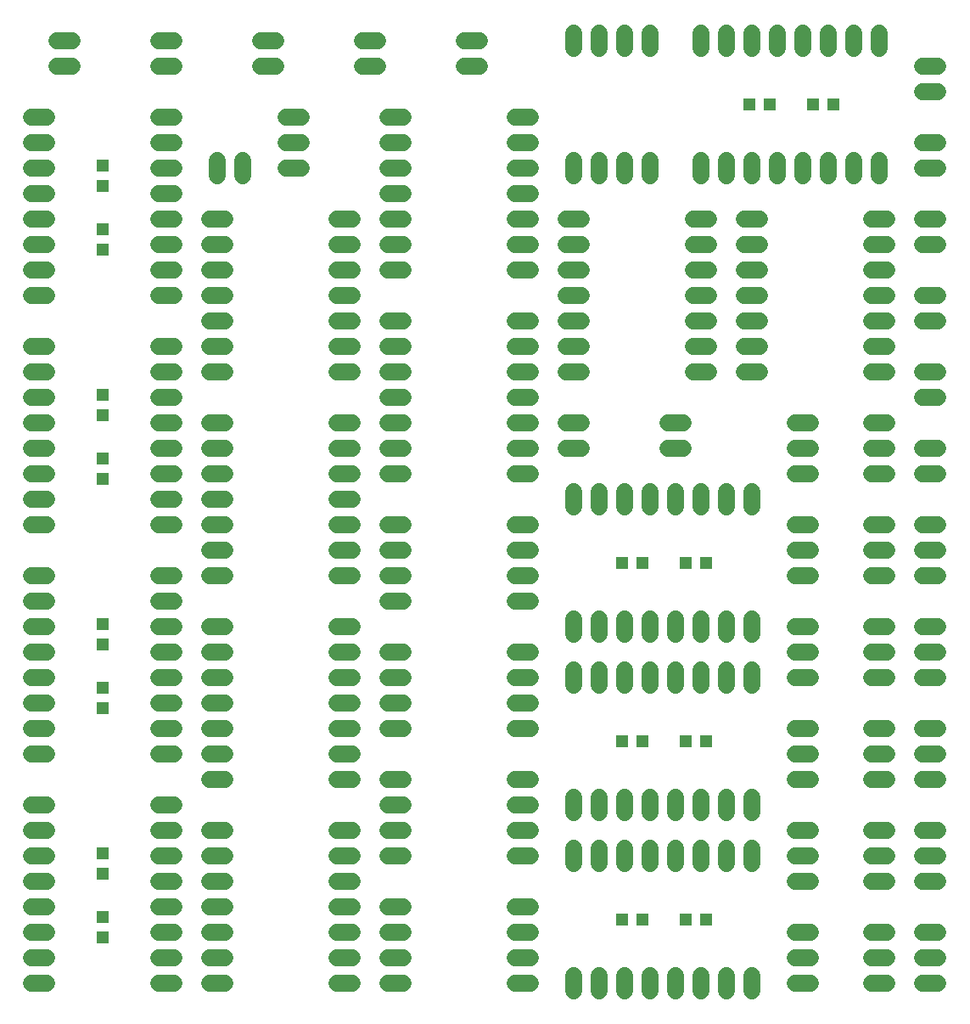
<source format=gbs>
G75*
%MOIN*%
%OFA0B0*%
%FSLAX25Y25*%
%IPPOS*%
%LPD*%
%AMOC8*
5,1,8,0,0,1.08239X$1,22.5*
%
%ADD10C,0.06800*%
%ADD11R,0.04762X0.04762*%
D10*
X0012312Y0012513D02*
X0018312Y0012513D01*
X0018312Y0022513D02*
X0012312Y0022513D01*
X0012312Y0032513D02*
X0018312Y0032513D01*
X0018312Y0042513D02*
X0012312Y0042513D01*
X0012312Y0052513D02*
X0018312Y0052513D01*
X0018312Y0062513D02*
X0012312Y0062513D01*
X0012312Y0072513D02*
X0018312Y0072513D01*
X0018312Y0082513D02*
X0012312Y0082513D01*
X0012312Y0102513D02*
X0018312Y0102513D01*
X0018312Y0112513D02*
X0012312Y0112513D01*
X0012312Y0122513D02*
X0018312Y0122513D01*
X0018312Y0132513D02*
X0012312Y0132513D01*
X0012312Y0142513D02*
X0018312Y0142513D01*
X0018312Y0152513D02*
X0012312Y0152513D01*
X0012312Y0162513D02*
X0018312Y0162513D01*
X0018312Y0172513D02*
X0012312Y0172513D01*
X0012312Y0192513D02*
X0018312Y0192513D01*
X0018312Y0202513D02*
X0012312Y0202513D01*
X0012312Y0212513D02*
X0018312Y0212513D01*
X0018312Y0222513D02*
X0012312Y0222513D01*
X0012312Y0232513D02*
X0018312Y0232513D01*
X0018312Y0242513D02*
X0012312Y0242513D01*
X0012312Y0252513D02*
X0018312Y0252513D01*
X0018312Y0262513D02*
X0012312Y0262513D01*
X0012312Y0282513D02*
X0018312Y0282513D01*
X0018312Y0292513D02*
X0012312Y0292513D01*
X0012312Y0302513D02*
X0018312Y0302513D01*
X0018312Y0312513D02*
X0012312Y0312513D01*
X0012312Y0322513D02*
X0018312Y0322513D01*
X0018312Y0332513D02*
X0012312Y0332513D01*
X0012312Y0342513D02*
X0018312Y0342513D01*
X0018312Y0352513D02*
X0012312Y0352513D01*
X0022312Y0372513D02*
X0028312Y0372513D01*
X0028312Y0382513D02*
X0022312Y0382513D01*
X0062312Y0382513D02*
X0068312Y0382513D01*
X0068312Y0372513D02*
X0062312Y0372513D01*
X0062312Y0352513D02*
X0068312Y0352513D01*
X0068312Y0342513D02*
X0062312Y0342513D01*
X0062312Y0332513D02*
X0068312Y0332513D01*
X0068312Y0322513D02*
X0062312Y0322513D01*
X0062312Y0312513D02*
X0068312Y0312513D01*
X0068312Y0302513D02*
X0062312Y0302513D01*
X0062312Y0292513D02*
X0068312Y0292513D01*
X0068312Y0282513D02*
X0062312Y0282513D01*
X0082312Y0282513D02*
X0088312Y0282513D01*
X0088312Y0292513D02*
X0082312Y0292513D01*
X0082312Y0302513D02*
X0088312Y0302513D01*
X0088312Y0312513D02*
X0082312Y0312513D01*
X0085312Y0329513D02*
X0085312Y0335513D01*
X0095312Y0335513D02*
X0095312Y0329513D01*
X0112312Y0332513D02*
X0118312Y0332513D01*
X0118312Y0342513D02*
X0112312Y0342513D01*
X0112312Y0352513D02*
X0118312Y0352513D01*
X0108312Y0372513D02*
X0102312Y0372513D01*
X0102312Y0382513D02*
X0108312Y0382513D01*
X0142312Y0382513D02*
X0148312Y0382513D01*
X0148312Y0372513D02*
X0142312Y0372513D01*
X0152312Y0352513D02*
X0158312Y0352513D01*
X0158312Y0342513D02*
X0152312Y0342513D01*
X0152312Y0332513D02*
X0158312Y0332513D01*
X0158312Y0322513D02*
X0152312Y0322513D01*
X0152312Y0312513D02*
X0158312Y0312513D01*
X0158312Y0302513D02*
X0152312Y0302513D01*
X0152312Y0292513D02*
X0158312Y0292513D01*
X0138312Y0292513D02*
X0132312Y0292513D01*
X0132312Y0282513D02*
X0138312Y0282513D01*
X0138312Y0272513D02*
X0132312Y0272513D01*
X0132312Y0262513D02*
X0138312Y0262513D01*
X0138312Y0252513D02*
X0132312Y0252513D01*
X0152312Y0252513D02*
X0158312Y0252513D01*
X0158312Y0242513D02*
X0152312Y0242513D01*
X0152312Y0232513D02*
X0158312Y0232513D01*
X0158312Y0222513D02*
X0152312Y0222513D01*
X0152312Y0212513D02*
X0158312Y0212513D01*
X0138312Y0212513D02*
X0132312Y0212513D01*
X0132312Y0222513D02*
X0138312Y0222513D01*
X0138312Y0232513D02*
X0132312Y0232513D01*
X0132312Y0202513D02*
X0138312Y0202513D01*
X0138312Y0192513D02*
X0132312Y0192513D01*
X0132312Y0182513D02*
X0138312Y0182513D01*
X0138312Y0172513D02*
X0132312Y0172513D01*
X0152312Y0172513D02*
X0158312Y0172513D01*
X0158312Y0182513D02*
X0152312Y0182513D01*
X0152312Y0192513D02*
X0158312Y0192513D01*
X0158312Y0162513D02*
X0152312Y0162513D01*
X0138312Y0152513D02*
X0132312Y0152513D01*
X0132312Y0142513D02*
X0138312Y0142513D01*
X0138312Y0132513D02*
X0132312Y0132513D01*
X0132312Y0122513D02*
X0138312Y0122513D01*
X0138312Y0112513D02*
X0132312Y0112513D01*
X0132312Y0102513D02*
X0138312Y0102513D01*
X0138312Y0092513D02*
X0132312Y0092513D01*
X0152312Y0092513D02*
X0158312Y0092513D01*
X0158312Y0082513D02*
X0152312Y0082513D01*
X0152312Y0072513D02*
X0158312Y0072513D01*
X0158312Y0062513D02*
X0152312Y0062513D01*
X0138312Y0062513D02*
X0132312Y0062513D01*
X0132312Y0052513D02*
X0138312Y0052513D01*
X0138312Y0042513D02*
X0132312Y0042513D01*
X0132312Y0032513D02*
X0138312Y0032513D01*
X0138312Y0022513D02*
X0132312Y0022513D01*
X0132312Y0012513D02*
X0138312Y0012513D01*
X0152312Y0012513D02*
X0158312Y0012513D01*
X0158312Y0022513D02*
X0152312Y0022513D01*
X0152312Y0032513D02*
X0158312Y0032513D01*
X0158312Y0042513D02*
X0152312Y0042513D01*
X0138312Y0072513D02*
X0132312Y0072513D01*
X0152312Y0112513D02*
X0158312Y0112513D01*
X0158312Y0122513D02*
X0152312Y0122513D01*
X0152312Y0132513D02*
X0158312Y0132513D01*
X0158312Y0142513D02*
X0152312Y0142513D01*
X0202312Y0142513D02*
X0208312Y0142513D01*
X0208312Y0132513D02*
X0202312Y0132513D01*
X0202312Y0122513D02*
X0208312Y0122513D01*
X0208312Y0112513D02*
X0202312Y0112513D01*
X0202312Y0092513D02*
X0208312Y0092513D01*
X0208312Y0082513D02*
X0202312Y0082513D01*
X0202312Y0072513D02*
X0208312Y0072513D01*
X0208312Y0062513D02*
X0202312Y0062513D01*
X0202312Y0042513D02*
X0208312Y0042513D01*
X0208312Y0032513D02*
X0202312Y0032513D01*
X0202312Y0022513D02*
X0208312Y0022513D01*
X0208312Y0012513D02*
X0202312Y0012513D01*
X0225312Y0009513D02*
X0225312Y0015513D01*
X0235312Y0015513D02*
X0235312Y0009513D01*
X0245312Y0009513D02*
X0245312Y0015513D01*
X0255312Y0015513D02*
X0255312Y0009513D01*
X0265312Y0009513D02*
X0265312Y0015513D01*
X0275312Y0015513D02*
X0275312Y0009513D01*
X0285312Y0009513D02*
X0285312Y0015513D01*
X0295312Y0015513D02*
X0295312Y0009513D01*
X0312312Y0012513D02*
X0318312Y0012513D01*
X0318312Y0022513D02*
X0312312Y0022513D01*
X0312312Y0032513D02*
X0318312Y0032513D01*
X0318312Y0052513D02*
X0312312Y0052513D01*
X0312312Y0062513D02*
X0318312Y0062513D01*
X0318312Y0072513D02*
X0312312Y0072513D01*
X0295312Y0079513D02*
X0295312Y0085513D01*
X0285312Y0085513D02*
X0285312Y0079513D01*
X0275312Y0079513D02*
X0275312Y0085513D01*
X0265312Y0085513D02*
X0265312Y0079513D01*
X0255312Y0079513D02*
X0255312Y0085513D01*
X0245312Y0085513D02*
X0245312Y0079513D01*
X0235312Y0079513D02*
X0235312Y0085513D01*
X0225312Y0085513D02*
X0225312Y0079513D01*
X0225312Y0065513D02*
X0225312Y0059513D01*
X0235312Y0059513D02*
X0235312Y0065513D01*
X0245312Y0065513D02*
X0245312Y0059513D01*
X0255312Y0059513D02*
X0255312Y0065513D01*
X0265312Y0065513D02*
X0265312Y0059513D01*
X0275312Y0059513D02*
X0275312Y0065513D01*
X0285312Y0065513D02*
X0285312Y0059513D01*
X0295312Y0059513D02*
X0295312Y0065513D01*
X0312312Y0092513D02*
X0318312Y0092513D01*
X0318312Y0102513D02*
X0312312Y0102513D01*
X0312312Y0112513D02*
X0318312Y0112513D01*
X0318312Y0132513D02*
X0312312Y0132513D01*
X0312312Y0142513D02*
X0318312Y0142513D01*
X0318312Y0152513D02*
X0312312Y0152513D01*
X0295312Y0149513D02*
X0295312Y0155513D01*
X0285312Y0155513D02*
X0285312Y0149513D01*
X0275312Y0149513D02*
X0275312Y0155513D01*
X0265312Y0155513D02*
X0265312Y0149513D01*
X0255312Y0149513D02*
X0255312Y0155513D01*
X0245312Y0155513D02*
X0245312Y0149513D01*
X0235312Y0149513D02*
X0235312Y0155513D01*
X0225312Y0155513D02*
X0225312Y0149513D01*
X0225312Y0135513D02*
X0225312Y0129513D01*
X0235312Y0129513D02*
X0235312Y0135513D01*
X0245312Y0135513D02*
X0245312Y0129513D01*
X0255312Y0129513D02*
X0255312Y0135513D01*
X0265312Y0135513D02*
X0265312Y0129513D01*
X0275312Y0129513D02*
X0275312Y0135513D01*
X0285312Y0135513D02*
X0285312Y0129513D01*
X0295312Y0129513D02*
X0295312Y0135513D01*
X0312312Y0172513D02*
X0318312Y0172513D01*
X0318312Y0182513D02*
X0312312Y0182513D01*
X0312312Y0192513D02*
X0318312Y0192513D01*
X0318312Y0212513D02*
X0312312Y0212513D01*
X0312312Y0222513D02*
X0318312Y0222513D01*
X0318312Y0232513D02*
X0312312Y0232513D01*
X0298312Y0252513D02*
X0292312Y0252513D01*
X0292312Y0262513D02*
X0298312Y0262513D01*
X0298312Y0272513D02*
X0292312Y0272513D01*
X0292312Y0282513D02*
X0298312Y0282513D01*
X0298312Y0292513D02*
X0292312Y0292513D01*
X0292312Y0302513D02*
X0298312Y0302513D01*
X0298312Y0312513D02*
X0292312Y0312513D01*
X0278312Y0312513D02*
X0272312Y0312513D01*
X0272312Y0302513D02*
X0278312Y0302513D01*
X0278312Y0292513D02*
X0272312Y0292513D01*
X0272312Y0282513D02*
X0278312Y0282513D01*
X0278312Y0272513D02*
X0272312Y0272513D01*
X0272312Y0262513D02*
X0278312Y0262513D01*
X0278312Y0252513D02*
X0272312Y0252513D01*
X0268312Y0232513D02*
X0262312Y0232513D01*
X0262312Y0222513D02*
X0268312Y0222513D01*
X0265312Y0205513D02*
X0265312Y0199513D01*
X0275312Y0199513D02*
X0275312Y0205513D01*
X0285312Y0205513D02*
X0285312Y0199513D01*
X0295312Y0199513D02*
X0295312Y0205513D01*
X0255312Y0205513D02*
X0255312Y0199513D01*
X0245312Y0199513D02*
X0245312Y0205513D01*
X0235312Y0205513D02*
X0235312Y0199513D01*
X0225312Y0199513D02*
X0225312Y0205513D01*
X0208312Y0212513D02*
X0202312Y0212513D01*
X0202312Y0222513D02*
X0208312Y0222513D01*
X0208312Y0232513D02*
X0202312Y0232513D01*
X0202312Y0242513D02*
X0208312Y0242513D01*
X0208312Y0252513D02*
X0202312Y0252513D01*
X0202312Y0262513D02*
X0208312Y0262513D01*
X0208312Y0272513D02*
X0202312Y0272513D01*
X0202312Y0292513D02*
X0208312Y0292513D01*
X0208312Y0302513D02*
X0202312Y0302513D01*
X0202312Y0312513D02*
X0208312Y0312513D01*
X0208312Y0322513D02*
X0202312Y0322513D01*
X0202312Y0332513D02*
X0208312Y0332513D01*
X0208312Y0342513D02*
X0202312Y0342513D01*
X0202312Y0352513D02*
X0208312Y0352513D01*
X0225312Y0335513D02*
X0225312Y0329513D01*
X0235312Y0329513D02*
X0235312Y0335513D01*
X0245312Y0335513D02*
X0245312Y0329513D01*
X0255312Y0329513D02*
X0255312Y0335513D01*
X0275312Y0335513D02*
X0275312Y0329513D01*
X0285312Y0329513D02*
X0285312Y0335513D01*
X0295312Y0335513D02*
X0295312Y0329513D01*
X0305312Y0329513D02*
X0305312Y0335513D01*
X0315312Y0335513D02*
X0315312Y0329513D01*
X0325312Y0329513D02*
X0325312Y0335513D01*
X0335312Y0335513D02*
X0335312Y0329513D01*
X0345312Y0329513D02*
X0345312Y0335513D01*
X0362312Y0332513D02*
X0368312Y0332513D01*
X0368312Y0342513D02*
X0362312Y0342513D01*
X0362312Y0362513D02*
X0368312Y0362513D01*
X0368312Y0372513D02*
X0362312Y0372513D01*
X0345312Y0379513D02*
X0345312Y0385513D01*
X0335312Y0385513D02*
X0335312Y0379513D01*
X0325312Y0379513D02*
X0325312Y0385513D01*
X0315312Y0385513D02*
X0315312Y0379513D01*
X0305312Y0379513D02*
X0305312Y0385513D01*
X0295312Y0385513D02*
X0295312Y0379513D01*
X0285312Y0379513D02*
X0285312Y0385513D01*
X0275312Y0385513D02*
X0275312Y0379513D01*
X0255312Y0379513D02*
X0255312Y0385513D01*
X0245312Y0385513D02*
X0245312Y0379513D01*
X0235312Y0379513D02*
X0235312Y0385513D01*
X0225312Y0385513D02*
X0225312Y0379513D01*
X0188312Y0382513D02*
X0182312Y0382513D01*
X0182312Y0372513D02*
X0188312Y0372513D01*
X0222312Y0312513D02*
X0228312Y0312513D01*
X0228312Y0302513D02*
X0222312Y0302513D01*
X0222312Y0292513D02*
X0228312Y0292513D01*
X0228312Y0282513D02*
X0222312Y0282513D01*
X0222312Y0272513D02*
X0228312Y0272513D01*
X0228312Y0262513D02*
X0222312Y0262513D01*
X0222312Y0252513D02*
X0228312Y0252513D01*
X0228312Y0232513D02*
X0222312Y0232513D01*
X0222312Y0222513D02*
X0228312Y0222513D01*
X0208312Y0192513D02*
X0202312Y0192513D01*
X0202312Y0182513D02*
X0208312Y0182513D01*
X0208312Y0172513D02*
X0202312Y0172513D01*
X0202312Y0162513D02*
X0208312Y0162513D01*
X0158312Y0262513D02*
X0152312Y0262513D01*
X0152312Y0272513D02*
X0158312Y0272513D01*
X0138312Y0302513D02*
X0132312Y0302513D01*
X0132312Y0312513D02*
X0138312Y0312513D01*
X0088312Y0272513D02*
X0082312Y0272513D01*
X0082312Y0262513D02*
X0088312Y0262513D01*
X0088312Y0252513D02*
X0082312Y0252513D01*
X0068312Y0252513D02*
X0062312Y0252513D01*
X0062312Y0242513D02*
X0068312Y0242513D01*
X0068312Y0232513D02*
X0062312Y0232513D01*
X0062312Y0222513D02*
X0068312Y0222513D01*
X0068312Y0212513D02*
X0062312Y0212513D01*
X0062312Y0202513D02*
X0068312Y0202513D01*
X0068312Y0192513D02*
X0062312Y0192513D01*
X0082312Y0192513D02*
X0088312Y0192513D01*
X0088312Y0202513D02*
X0082312Y0202513D01*
X0082312Y0212513D02*
X0088312Y0212513D01*
X0088312Y0222513D02*
X0082312Y0222513D01*
X0082312Y0232513D02*
X0088312Y0232513D01*
X0068312Y0262513D02*
X0062312Y0262513D01*
X0082312Y0182513D02*
X0088312Y0182513D01*
X0088312Y0172513D02*
X0082312Y0172513D01*
X0068312Y0172513D02*
X0062312Y0172513D01*
X0062312Y0162513D02*
X0068312Y0162513D01*
X0068312Y0152513D02*
X0062312Y0152513D01*
X0062312Y0142513D02*
X0068312Y0142513D01*
X0068312Y0132513D02*
X0062312Y0132513D01*
X0062312Y0122513D02*
X0068312Y0122513D01*
X0068312Y0112513D02*
X0062312Y0112513D01*
X0062312Y0102513D02*
X0068312Y0102513D01*
X0082312Y0102513D02*
X0088312Y0102513D01*
X0088312Y0092513D02*
X0082312Y0092513D01*
X0068312Y0082513D02*
X0062312Y0082513D01*
X0062312Y0072513D02*
X0068312Y0072513D01*
X0068312Y0062513D02*
X0062312Y0062513D01*
X0062312Y0052513D02*
X0068312Y0052513D01*
X0068312Y0042513D02*
X0062312Y0042513D01*
X0062312Y0032513D02*
X0068312Y0032513D01*
X0068312Y0022513D02*
X0062312Y0022513D01*
X0062312Y0012513D02*
X0068312Y0012513D01*
X0082312Y0012513D02*
X0088312Y0012513D01*
X0088312Y0022513D02*
X0082312Y0022513D01*
X0082312Y0032513D02*
X0088312Y0032513D01*
X0088312Y0042513D02*
X0082312Y0042513D01*
X0082312Y0052513D02*
X0088312Y0052513D01*
X0088312Y0062513D02*
X0082312Y0062513D01*
X0082312Y0072513D02*
X0088312Y0072513D01*
X0088312Y0112513D02*
X0082312Y0112513D01*
X0082312Y0122513D02*
X0088312Y0122513D01*
X0088312Y0132513D02*
X0082312Y0132513D01*
X0082312Y0142513D02*
X0088312Y0142513D01*
X0088312Y0152513D02*
X0082312Y0152513D01*
X0342312Y0152513D02*
X0348312Y0152513D01*
X0348312Y0142513D02*
X0342312Y0142513D01*
X0342312Y0132513D02*
X0348312Y0132513D01*
X0362312Y0132513D02*
X0368312Y0132513D01*
X0368312Y0142513D02*
X0362312Y0142513D01*
X0362312Y0152513D02*
X0368312Y0152513D01*
X0368312Y0172513D02*
X0362312Y0172513D01*
X0362312Y0182513D02*
X0368312Y0182513D01*
X0368312Y0192513D02*
X0362312Y0192513D01*
X0348312Y0192513D02*
X0342312Y0192513D01*
X0342312Y0182513D02*
X0348312Y0182513D01*
X0348312Y0172513D02*
X0342312Y0172513D01*
X0342312Y0212513D02*
X0348312Y0212513D01*
X0348312Y0222513D02*
X0342312Y0222513D01*
X0342312Y0232513D02*
X0348312Y0232513D01*
X0362312Y0242513D02*
X0368312Y0242513D01*
X0368312Y0252513D02*
X0362312Y0252513D01*
X0348312Y0252513D02*
X0342312Y0252513D01*
X0342312Y0262513D02*
X0348312Y0262513D01*
X0348312Y0272513D02*
X0342312Y0272513D01*
X0342312Y0282513D02*
X0348312Y0282513D01*
X0348312Y0292513D02*
X0342312Y0292513D01*
X0342312Y0302513D02*
X0348312Y0302513D01*
X0348312Y0312513D02*
X0342312Y0312513D01*
X0362312Y0312513D02*
X0368312Y0312513D01*
X0368312Y0302513D02*
X0362312Y0302513D01*
X0362312Y0282513D02*
X0368312Y0282513D01*
X0368312Y0272513D02*
X0362312Y0272513D01*
X0362312Y0222513D02*
X0368312Y0222513D01*
X0368312Y0212513D02*
X0362312Y0212513D01*
X0362312Y0112513D02*
X0368312Y0112513D01*
X0368312Y0102513D02*
X0362312Y0102513D01*
X0362312Y0092513D02*
X0368312Y0092513D01*
X0348312Y0092513D02*
X0342312Y0092513D01*
X0342312Y0102513D02*
X0348312Y0102513D01*
X0348312Y0112513D02*
X0342312Y0112513D01*
X0342312Y0072513D02*
X0348312Y0072513D01*
X0348312Y0062513D02*
X0342312Y0062513D01*
X0342312Y0052513D02*
X0348312Y0052513D01*
X0362312Y0052513D02*
X0368312Y0052513D01*
X0368312Y0062513D02*
X0362312Y0062513D01*
X0362312Y0072513D02*
X0368312Y0072513D01*
X0368312Y0032513D02*
X0362312Y0032513D01*
X0362312Y0022513D02*
X0368312Y0022513D01*
X0368312Y0012513D02*
X0362312Y0012513D01*
X0348312Y0012513D02*
X0342312Y0012513D01*
X0342312Y0022513D02*
X0348312Y0022513D01*
X0348312Y0032513D02*
X0342312Y0032513D01*
D11*
X0277312Y0037513D03*
X0269312Y0037513D03*
X0252312Y0037513D03*
X0244312Y0037513D03*
X0244312Y0107513D03*
X0252312Y0107513D03*
X0269312Y0107513D03*
X0277312Y0107513D03*
X0277312Y0177513D03*
X0269312Y0177513D03*
X0252312Y0177513D03*
X0244312Y0177513D03*
X0294312Y0357513D03*
X0302312Y0357513D03*
X0319312Y0357513D03*
X0327312Y0357513D03*
X0040312Y0333513D03*
X0040312Y0325513D03*
X0040312Y0308513D03*
X0040312Y0300513D03*
X0040312Y0243513D03*
X0040312Y0235513D03*
X0040312Y0218513D03*
X0040312Y0210513D03*
X0040312Y0153513D03*
X0040312Y0145513D03*
X0040312Y0128513D03*
X0040312Y0120513D03*
X0040312Y0063513D03*
X0040312Y0055513D03*
X0040312Y0038513D03*
X0040312Y0030513D03*
M02*

</source>
